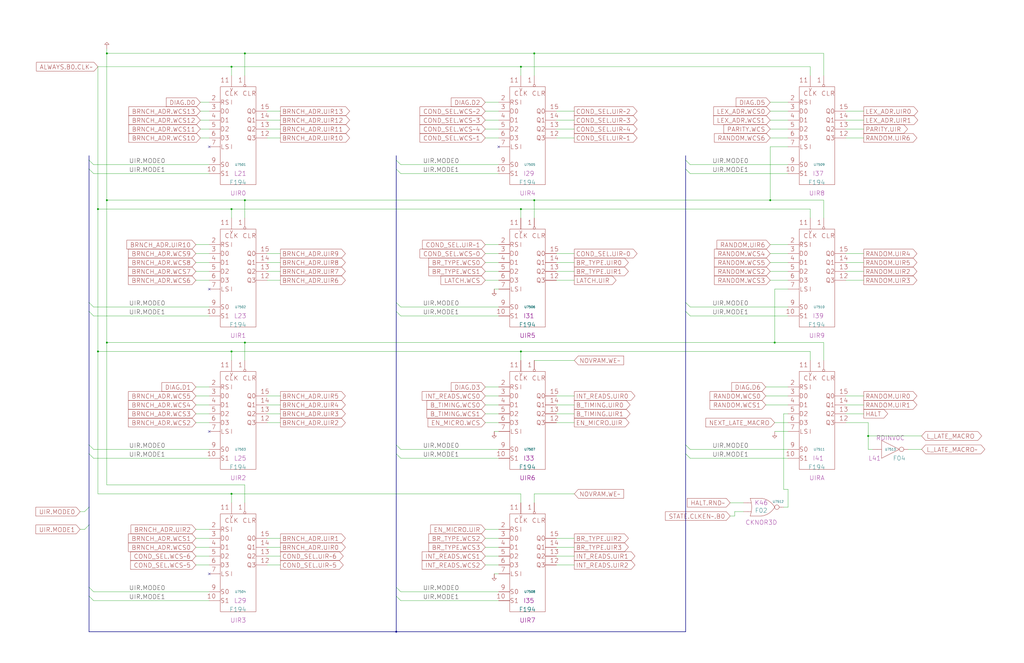
<source format=kicad_sch>
(kicad_sch (version 20211123) (generator eeschema)
  (paper "User" 584.2 378.46)
  (title_block (title "MICRO INSTRUCTION REGISTER") (date "22-MAY-90") (rev "1.0") (comment 1 "SEQUENCER") (comment 2 "232-003064") (comment 3 "S400") (comment 4 "RELEASED"))
  (lib_symbols
    (symbol "r1000:F02" (pin_numbers hide) (pin_names hide)
      (property "Reference" "U" (at 12.16 0.635 0))
      (property "Value" "F02" (at -1.27 -4.445 0))
      (property "Location" "___" (at 2.54 0 0))
      (property "Name" "______" (at 2.54 -12.7 0))
      (symbol "F02_0_1"
        (arc (start -3.81 -7.62) (mid -2.9847 -2.54) (end -3.81 2.54) (stroke (width 0.1524)))
        (polyline (pts (xy -5.08 -5.08) (xy -3.175 -5.08)) (stroke (width 0.1524)))
        (polyline (pts (xy -5.08 0) (xy -3.175 0)) (stroke (width 0.1524)))
        (polyline (pts (xy -3.81 -7.62) (xy 2.54 -7.62)) (stroke (width 0.1524)))
        (polyline (pts (xy -3.81 2.54) (xy 2.54 2.54)) (stroke (width 0.1524)))
        (polyline (pts (xy 13.97 -2.54) (xy 12.7 -2.54)) (stroke (width 0.1524)))
        (arc (start 2.54 -7.62) (mid 6.9515 -5.9823) (end 10.16 -2.54) (stroke (width 0.1524)))
        (arc (start 10.16 -2.54) (mid 6.9478 0.8966) (end 2.54 2.54) (stroke (width 0.1524)))
        (circle (center 11.43 -2.54) (radius 1.27) (stroke (width 0.1524)))
      )
      (symbol "F02_0_2"
        (circle (center -3.81 -5.08) (radius 1.27) (stroke (width 0.1524)))
        (circle (center -3.81 0) (radius 1.27) (stroke (width 0.1524)))
        (polyline (pts (xy -2.54 -7.62) (xy 5.08 -7.62)) (stroke (width 0.1524)))
        (polyline (pts (xy -2.54 2.54) (xy -2.54 -7.62)) (stroke (width 0.1524)))
        (polyline (pts (xy -2.54 2.54) (xy 5.08 2.54)) (stroke (width 0.1524)))
        (polyline (pts (xy 11.43 -2.54) (xy 10.16 -2.54)) (stroke (width 0.1524)))
        (polyline (pts (xy 11.43 -2.54) (xy 12.7 -2.54)) (stroke (width 0.1524)))
        (arc (start 5.08 -7.62) (mid 10.1282 -2.54) (end 5.08 2.54) (stroke (width 0.1524)))
      )
      (symbol "F02_1_1"
        (pin input line (at -7.62 0 0) (length 2.54) (name "D0") (number "1"))
        (pin input line (at -7.62 -5.08 0) (length 2.54) (name "D1") (number "2"))
        (pin output line (at 15.24 -2.54 180) (length 1.27) (name "Q") (number "3"))
      )
      (symbol "F02_1_2"
        (pin input line (at -7.62 0 0) (length 2.54) (name "D0") (number "1"))
        (pin input line (at -7.62 -5.08 0) (length 2.54) (name "D1") (number "2"))
        (pin output line (at 15.24 -2.54 180) (length 2.54) (name "Q") (number "3"))
      )
    )
    (symbol "r1000:F04" (pin_numbers hide) (pin_names hide)
      (property "Reference" "U" (at 0 0 0))
      (property "Value" "F04" (at 1.27 -5.08 0))
      (property "Location" "___" (at -12.7 -5.08 0))
      (property "Name" "______" (at 0 5.08 0))
      (symbol "F04_0_1"
        (polyline (pts (xy -7.62 0) (xy -5.08 0)) (stroke (width 0.1524)))
        (polyline (pts (xy -5.08 5.08) (xy -5.08 -5.08)) (stroke (width 0.1524)))
        (polyline (pts (xy 5.08 0) (xy -5.08 -5.08)) (stroke (width 0.1524)))
        (polyline (pts (xy 5.08 0) (xy -5.08 5.08)) (stroke (width 0.1524)))
        (circle (center 6.35 0) (radius 1.27) (stroke (width 0.1524)))
      )
      (symbol "F04_1_1"
        (pin input line (at -10.16 0 0) (length 2.54) (name "D") (number "1"))
        (pin output line (at 10.16 0 180) (length 2.54) (name "Q") (number "2"))
      )
    )
    (symbol "r1000:F194" (pin_numbers hide) (pin_names (offset 1.016) hide)
      (property "Reference" "U" (at 2.54 5.08 0))
      (property "Value" "F194" (at -3.81 -5.08 0))
      (property "Location" "___" (at -1.27 0 0))
      (property "Name" "______" (at 1.27 -12.7 0))
      (symbol "F194_1_1"
        (rectangle (start -8.89 49.53) (end 11.43 -6.35))
        (circle (center 5.08 50.165) (radius 0.635))
        (text "0" (at -12.7 2.54 0) (effects (font (size 2.54 2.54))))
        (text "0" (at -5.08 5.08 0) (effects (font (size 2.54 2.54))))
        (text "0" (at -5.08 35.56 0) (effects (font (size 2.54 2.54))))
        (text "0" (at 10.16 35.56 0) (effects (font (size 2.54 2.54))))
        (text "1" (at -15.24 2.54 0) (effects (font (size 2.54 2.54))))
        (text "1" (at -7.62 53.34 0) (effects (font (size 2.54 2.54))))
        (text "1" (at -5.08 0 0) (effects (font (size 2.54 2.54))))
        (text "1" (at -5.08 30.48 0) (effects (font (size 2.54 2.54))))
        (text "1" (at -5.08 53.34 0) (effects (font (size 2.54 2.54))))
        (text "1" (at 2.54 53.34 0) (effects (font (size 2.54 2.54))))
        (text "1" (at 10.16 30.48 0) (effects (font (size 2.54 2.54))))
        (text "1" (at 15.24 22.86 0) (effects (font (size 2.54 2.54))))
        (text "1" (at 15.24 27.94 0) (effects (font (size 2.54 2.54))))
        (text "1" (at 15.24 33.02 0) (effects (font (size 2.54 2.54))))
        (text "1" (at 15.24 38.1 0) (effects (font (size 2.54 2.54))))
        (text "2" (at -12.7 43.18 0) (effects (font (size 2.54 2.54))))
        (text "2" (at -5.08 25.4 0) (effects (font (size 2.54 2.54))))
        (text "2" (at 10.16 25.4 0) (effects (font (size 2.54 2.54))))
        (text "2" (at 17.78 22.86 0) (effects (font (size 2.54 2.54))))
        (text "3" (at -12.7 38.1 0) (effects (font (size 2.54 2.54))))
        (text "3" (at -5.08 20.32 0) (effects (font (size 2.54 2.54))))
        (text "3" (at 10.16 20.32 0) (effects (font (size 2.54 2.54))))
        (text "3" (at 17.78 27.94 0) (effects (font (size 2.54 2.54))))
        (text "4" (at -12.7 33.02 0) (effects (font (size 2.54 2.54))))
        (text "4" (at 17.78 33.02 0) (effects (font (size 2.54 2.54))))
        (text "5" (at -12.7 27.94 0) (effects (font (size 2.54 2.54))))
        (text "5" (at 17.78 38.1 0) (effects (font (size 2.54 2.54))))
        (text "6" (at -12.7 22.86 0) (effects (font (size 2.54 2.54))))
        (text "7" (at -12.7 17.78 0) (effects (font (size 2.54 2.54))))
        (text "9" (at -12.7 7.62 0) (effects (font (size 2.54 2.54))))
        (text "C" (at -5.08 45.72 0) (effects (font (size 2.54 2.54))))
        (text "C" (at 5.08 45.72 0) (effects (font (size 2.54 2.54))))
        (text "D" (at -7.62 20.32 0) (effects (font (size 2.54 2.54))))
        (text "D" (at -7.62 25.4 0) (effects (font (size 2.54 2.54))))
        (text "D" (at -7.62 30.48 0) (effects (font (size 2.54 2.54))))
        (text "D" (at -7.62 35.56 0) (effects (font (size 2.54 2.54))))
        (text "I" (at -2.54 15.24 0) (effects (font (size 2.54 2.54))))
        (text "I" (at -2.54 40.64 0) (effects (font (size 2.54 2.54))))
        (text "K" (at 0 45.72 0) (effects (font (size 2.54 2.54))))
        (text "L" (at -7.62 15.24 0) (effects (font (size 2.54 2.54))))
        (text "L" (at -2.54 45.72 0) (effects (font (size 2.54 2.54))))
        (text "L" (at 7.62 45.72 0) (effects (font (size 2.54 2.54))))
        (text "Q" (at 7.62 20.32 0) (effects (font (size 2.54 2.54))))
        (text "Q" (at 7.62 25.4 0) (effects (font (size 2.54 2.54))))
        (text "Q" (at 7.62 30.48 0) (effects (font (size 2.54 2.54))))
        (text "Q" (at 7.62 35.56 0) (effects (font (size 2.54 2.54))))
        (text "R" (at -7.62 40.64 0) (effects (font (size 2.54 2.54))))
        (text "R" (at 10.16 45.72 0) (effects (font (size 2.54 2.54))))
        (text "S" (at -7.62 0 0) (effects (font (size 2.54 2.54))))
        (text "S" (at -7.62 5.08 0) (effects (font (size 2.54 2.54))))
        (text "S" (at -5.08 15.24 0) (effects (font (size 2.54 2.54))))
        (text "S" (at -5.08 40.64 0) (effects (font (size 2.54 2.54))))
        (text "v" (at -2.54 48.26 0) (effects (font (size 2.54 2.54))))
        (pin input line (at 5.08 55.88 270) (length 5.08) (name "CLR_") (number "1"))
        (pin input line (at -15.24 0 0) (length 6.35) (name "S1") (number "10"))
        (pin input line (at -2.54 55.88 270) (length 6.35) (name "CLK") (number "11"))
        (pin output line (at 17.78 20.32 180) (length 6.35) (name "Q3") (number "12"))
        (pin output line (at 17.78 25.4 180) (length 6.35) (name "Q2") (number "13"))
        (pin output line (at 17.78 30.48 180) (length 6.35) (name "Q1") (number "14"))
        (pin output line (at 17.78 35.56 180) (length 6.35) (name "Q0") (number "15"))
        (pin input line (at -15.24 40.64 0) (length 6.35) (name "RSI") (number "2"))
        (pin input line (at -15.24 35.56 0) (length 6.35) (name "D0") (number "3"))
        (pin input line (at -15.24 30.48 0) (length 6.35) (name "D1") (number "4"))
        (pin input line (at -15.24 25.4 0) (length 6.35) (name "D2") (number "5"))
        (pin input line (at -15.24 20.32 0) (length 6.35) (name "D3") (number "6"))
        (pin input line (at -15.24 15.24 0) (length 6.35) (name "LSI") (number "7"))
        (pin input line (at -15.24 5.08 0) (length 6.35) (name "S0") (number "9"))
      )
    )
    (symbol "r1000:PD" (power) (pin_numbers hide) (pin_names hide) (in_bom no)
      (symbol "PD_0_1"
        (polyline (pts (xy 0 -2.54) (xy 1.27 -2.54) (xy 0 -3.81) (xy -1.27 -2.54) (xy 0 -2.54)) (stroke (width 0.1524)))
      )
      (symbol "PD_1_1"
        (pin power_in line (at 0 0 270) (length 2.54) (name "PD") (number "1"))
      )
    )
    (symbol "r1000:PU" (power) (pin_numbers hide) (pin_names hide)
      (symbol "PU_0_1"
        (polyline (pts (xy 0 2.54) (xy -1.27 2.54) (xy 0 3.81) (xy 1.27 2.54) (xy 0 2.54)) (stroke (width 0.1524)))
      )
      (symbol "PU_1_1"
        (pin power_in line (at 0 0 90) (length 2.54) (name "PU") (number "1"))
      )
    )
  )
  (bus (pts (xy 226.06 172.72) (xy 226.06 177.8)))
  (bus (pts (xy 226.06 177.8) (xy 226.06 254)))
  (bus (pts (xy 226.06 254) (xy 226.06 259.08)))
  (bus (pts (xy 226.06 259.08) (xy 226.06 335.28)))
  (bus (pts (xy 226.06 335.28) (xy 226.06 340.36)))
  (bus (pts (xy 226.06 340.36) (xy 226.06 360.68)))
  (bus (pts (xy 226.06 360.68) (xy 50.8 360.68)))
  (bus (pts (xy 226.06 88.9) (xy 226.06 91.44)))
  (bus (pts (xy 226.06 91.44) (xy 226.06 96.52)))
  (bus (pts (xy 226.06 96.52) (xy 226.06 172.72)))
  (bus (pts (xy 391.16 172.72) (xy 391.16 177.8)))
  (bus (pts (xy 391.16 177.8) (xy 391.16 254)))
  (bus (pts (xy 391.16 254) (xy 391.16 259.08)))
  (bus (pts (xy 391.16 259.08) (xy 391.16 360.68)))
  (bus (pts (xy 391.16 360.68) (xy 226.06 360.68)))
  (bus (pts (xy 391.16 88.9) (xy 391.16 91.44)))
  (bus (pts (xy 391.16 91.44) (xy 391.16 96.52)))
  (bus (pts (xy 391.16 96.52) (xy 391.16 172.72)))
  (bus (pts (xy 50.8 172.72) (xy 50.8 177.8)))
  (bus (pts (xy 50.8 177.8) (xy 50.8 254)))
  (bus (pts (xy 50.8 254) (xy 50.8 259.08)))
  (bus (pts (xy 50.8 259.08) (xy 50.8 289.56)))
  (bus (pts (xy 50.8 289.56) (xy 50.8 299.72)))
  (bus (pts (xy 50.8 299.72) (xy 50.8 335.28)))
  (bus (pts (xy 50.8 335.28) (xy 50.8 340.36)))
  (bus (pts (xy 50.8 340.36) (xy 50.8 360.68)))
  (bus (pts (xy 50.8 88.9) (xy 50.8 91.44)))
  (bus (pts (xy 50.8 91.44) (xy 50.8 96.52)))
  (bus (pts (xy 50.8 96.52) (xy 50.8 172.72)))
  (wire (pts (xy 111.76 139.7) (xy 119.38 139.7)))
  (wire (pts (xy 111.76 144.78) (xy 119.38 144.78)))
  (wire (pts (xy 111.76 149.86) (xy 119.38 149.86)))
  (wire (pts (xy 111.76 154.94) (xy 119.38 154.94)))
  (wire (pts (xy 111.76 160.02) (xy 119.38 160.02)))
  (wire (pts (xy 111.76 220.98) (xy 119.38 220.98)))
  (wire (pts (xy 111.76 226.06) (xy 119.38 226.06)))
  (wire (pts (xy 111.76 231.14) (xy 119.38 231.14)))
  (wire (pts (xy 111.76 236.22) (xy 119.38 236.22)))
  (wire (pts (xy 111.76 241.3) (xy 119.38 241.3)))
  (wire (pts (xy 111.76 302.26) (xy 119.38 302.26)))
  (wire (pts (xy 111.76 307.34) (xy 119.38 307.34)))
  (wire (pts (xy 111.76 312.42) (xy 119.38 312.42)))
  (wire (pts (xy 111.76 317.5) (xy 119.38 317.5)))
  (wire (pts (xy 111.76 322.58) (xy 119.38 322.58)))
  (wire (pts (xy 114.3 58.42) (xy 119.38 58.42)))
  (wire (pts (xy 114.3 63.5) (xy 119.38 63.5)))
  (wire (pts (xy 114.3 68.58) (xy 119.38 68.58)))
  (wire (pts (xy 114.3 73.66) (xy 119.38 73.66)))
  (wire (pts (xy 114.3 78.74) (xy 119.38 78.74)))
  (wire (pts (xy 132.08 119.38) (xy 132.08 124.46)))
  (wire (pts (xy 132.08 119.38) (xy 297.18 119.38)))
  (wire (pts (xy 132.08 200.66) (xy 132.08 205.74)))
  (wire (pts (xy 132.08 200.66) (xy 297.18 200.66)))
  (wire (pts (xy 132.08 281.94) (xy 132.08 287.02)))
  (wire (pts (xy 132.08 281.94) (xy 297.18 281.94)))
  (wire (pts (xy 132.08 38.1) (xy 132.08 43.18)))
  (wire (pts (xy 132.08 38.1) (xy 55.88 38.1)))
  (wire (pts (xy 139.7 114.3) (xy 139.7 124.46)))
  (wire (pts (xy 139.7 114.3) (xy 304.8 114.3)))
  (wire (pts (xy 139.7 195.58) (xy 139.7 205.74)))
  (wire (pts (xy 139.7 195.58) (xy 441.96 195.58)))
  (wire (pts (xy 139.7 276.86) (xy 139.7 287.02)))
  (wire (pts (xy 139.7 30.48) (xy 139.7 43.18)))
  (wire (pts (xy 139.7 30.48) (xy 60.96 30.48)))
  (wire (pts (xy 152.4 144.78) (xy 160.02 144.78)))
  (wire (pts (xy 152.4 149.86) (xy 160.02 149.86)))
  (wire (pts (xy 152.4 154.94) (xy 160.02 154.94)))
  (wire (pts (xy 152.4 160.02) (xy 160.02 160.02)))
  (wire (pts (xy 152.4 226.06) (xy 160.02 226.06)))
  (wire (pts (xy 152.4 231.14) (xy 160.02 231.14)))
  (wire (pts (xy 152.4 236.22) (xy 160.02 236.22)))
  (wire (pts (xy 152.4 241.3) (xy 160.02 241.3)))
  (wire (pts (xy 152.4 307.34) (xy 160.02 307.34)))
  (wire (pts (xy 152.4 312.42) (xy 160.02 312.42)))
  (wire (pts (xy 152.4 317.5) (xy 160.02 317.5)))
  (wire (pts (xy 152.4 322.58) (xy 160.02 322.58)))
  (wire (pts (xy 152.4 63.5) (xy 160.02 63.5)))
  (wire (pts (xy 152.4 68.58) (xy 160.02 68.58)))
  (wire (pts (xy 152.4 73.66) (xy 160.02 73.66)))
  (wire (pts (xy 152.4 78.74) (xy 160.02 78.74)))
  (wire (pts (xy 228.6 175.26) (xy 284.48 175.26)))
  (wire (pts (xy 228.6 180.34) (xy 284.48 180.34)))
  (wire (pts (xy 228.6 256.54) (xy 284.48 256.54)))
  (wire (pts (xy 228.6 261.62) (xy 284.48 261.62)))
  (wire (pts (xy 228.6 337.82) (xy 284.48 337.82)))
  (wire (pts (xy 228.6 342.9) (xy 284.48 342.9)))
  (wire (pts (xy 228.6 93.98) (xy 284.48 93.98)))
  (wire (pts (xy 228.6 99.06) (xy 284.48 99.06)))
  (wire (pts (xy 276.86 139.7) (xy 284.48 139.7)))
  (wire (pts (xy 276.86 144.78) (xy 284.48 144.78)))
  (wire (pts (xy 276.86 149.86) (xy 284.48 149.86)))
  (wire (pts (xy 276.86 154.94) (xy 284.48 154.94)))
  (wire (pts (xy 276.86 160.02) (xy 284.48 160.02)))
  (wire (pts (xy 276.86 220.98) (xy 284.48 220.98)))
  (wire (pts (xy 276.86 226.06) (xy 284.48 226.06)))
  (wire (pts (xy 276.86 231.14) (xy 284.48 231.14)))
  (wire (pts (xy 276.86 236.22) (xy 284.48 236.22)))
  (wire (pts (xy 276.86 241.3) (xy 284.48 241.3)))
  (wire (pts (xy 276.86 302.26) (xy 284.48 302.26)))
  (wire (pts (xy 276.86 307.34) (xy 284.48 307.34)))
  (wire (pts (xy 276.86 312.42) (xy 284.48 312.42)))
  (wire (pts (xy 276.86 317.5) (xy 284.48 317.5)))
  (wire (pts (xy 276.86 322.58) (xy 284.48 322.58)))
  (wire (pts (xy 276.86 58.42) (xy 284.48 58.42)))
  (wire (pts (xy 276.86 63.5) (xy 284.48 63.5)))
  (wire (pts (xy 276.86 68.58) (xy 284.48 68.58)))
  (wire (pts (xy 276.86 73.66) (xy 284.48 73.66)))
  (wire (pts (xy 276.86 78.74) (xy 284.48 78.74)))
  (wire (pts (xy 281.94 165.1) (xy 284.48 165.1)))
  (wire (pts (xy 281.94 246.38) (xy 284.48 246.38)))
  (wire (pts (xy 281.94 327.66) (xy 284.48 327.66)))
  (wire (pts (xy 297.18 119.38) (xy 297.18 124.46)))
  (wire (pts (xy 297.18 119.38) (xy 462.28 119.38)))
  (wire (pts (xy 297.18 200.66) (xy 297.18 205.74)))
  (wire (pts (xy 297.18 281.94) (xy 297.18 287.02)))
  (wire (pts (xy 297.18 38.1) (xy 132.08 38.1)))
  (wire (pts (xy 297.18 38.1) (xy 297.18 43.18)))
  (wire (pts (xy 304.8 114.3) (xy 304.8 124.46)))
  (wire (pts (xy 304.8 114.3) (xy 439.42 114.3)))
  (wire (pts (xy 304.8 205.74) (xy 327.66 205.74)))
  (wire (pts (xy 304.8 281.94) (xy 327.66 281.94)))
  (wire (pts (xy 304.8 287.02) (xy 304.8 281.94)))
  (wire (pts (xy 304.8 30.48) (xy 139.7 30.48)))
  (wire (pts (xy 304.8 30.48) (xy 304.8 43.18)))
  (wire (pts (xy 317.5 144.78) (xy 327.66 144.78)))
  (wire (pts (xy 317.5 149.86) (xy 327.66 149.86)))
  (wire (pts (xy 317.5 154.94) (xy 327.66 154.94)))
  (wire (pts (xy 317.5 160.02) (xy 327.66 160.02)))
  (wire (pts (xy 317.5 226.06) (xy 327.66 226.06)))
  (wire (pts (xy 317.5 231.14) (xy 327.66 231.14)))
  (wire (pts (xy 317.5 236.22) (xy 327.66 236.22)))
  (wire (pts (xy 317.5 241.3) (xy 327.66 241.3)))
  (wire (pts (xy 317.5 307.34) (xy 327.66 307.34)))
  (wire (pts (xy 317.5 312.42) (xy 327.66 312.42)))
  (wire (pts (xy 317.5 317.5) (xy 327.66 317.5)))
  (wire (pts (xy 317.5 322.58) (xy 327.66 322.58)))
  (wire (pts (xy 317.5 63.5) (xy 327.66 63.5)))
  (wire (pts (xy 317.5 68.58) (xy 327.66 68.58)))
  (wire (pts (xy 317.5 73.66) (xy 327.66 73.66)))
  (wire (pts (xy 317.5 78.74) (xy 327.66 78.74)))
  (wire (pts (xy 393.7 175.26) (xy 449.58 175.26)))
  (wire (pts (xy 393.7 180.34) (xy 449.58 180.34)))
  (wire (pts (xy 393.7 256.54) (xy 449.58 256.54)))
  (wire (pts (xy 393.7 261.62) (xy 449.58 261.62)))
  (wire (pts (xy 393.7 93.98) (xy 449.58 93.98)))
  (wire (pts (xy 393.7 99.06) (xy 449.58 99.06)))
  (wire (pts (xy 416.56 287.02) (xy 424.18 287.02)))
  (wire (pts (xy 416.56 294.64) (xy 419.1 294.64)))
  (wire (pts (xy 419.1 292.1) (xy 424.18 292.1)))
  (wire (pts (xy 419.1 294.64) (xy 419.1 292.1)))
  (wire (pts (xy 436.88 220.98) (xy 449.58 220.98)))
  (wire (pts (xy 436.88 226.06) (xy 449.58 226.06)))
  (wire (pts (xy 436.88 231.14) (xy 449.58 231.14)))
  (wire (pts (xy 439.42 114.3) (xy 469.9 114.3)))
  (wire (pts (xy 439.42 139.7) (xy 449.58 139.7)))
  (wire (pts (xy 439.42 144.78) (xy 449.58 144.78)))
  (wire (pts (xy 439.42 149.86) (xy 449.58 149.86)))
  (wire (pts (xy 439.42 154.94) (xy 449.58 154.94)))
  (wire (pts (xy 439.42 160.02) (xy 449.58 160.02)))
  (wire (pts (xy 439.42 58.42) (xy 449.58 58.42)))
  (wire (pts (xy 439.42 63.5) (xy 449.58 63.5)))
  (wire (pts (xy 439.42 68.58) (xy 449.58 68.58)))
  (wire (pts (xy 439.42 73.66) (xy 449.58 73.66)))
  (wire (pts (xy 439.42 78.74) (xy 449.58 78.74)))
  (wire (pts (xy 439.42 83.82) (xy 439.42 114.3)))
  (wire (pts (xy 441.96 165.1) (xy 449.58 165.1)))
  (wire (pts (xy 441.96 195.58) (xy 441.96 165.1)))
  (wire (pts (xy 441.96 241.3) (xy 449.58 241.3)))
  (wire (pts (xy 441.96 246.38) (xy 449.58 246.38)))
  (wire (pts (xy 447.04 236.22) (xy 447.04 279.4)))
  (wire (pts (xy 447.04 279.4) (xy 449.58 279.4)))
  (wire (pts (xy 447.04 289.56) (xy 449.58 289.56)))
  (wire (pts (xy 449.58 236.22) (xy 447.04 236.22)))
  (wire (pts (xy 449.58 279.4) (xy 449.58 289.56)))
  (wire (pts (xy 449.58 83.82) (xy 439.42 83.82)))
  (wire (pts (xy 45.72 292.1) (xy 48.26 292.1)))
  (wire (pts (xy 45.72 302.26) (xy 48.26 302.26)))
  (wire (pts (xy 462.28 124.46) (xy 462.28 119.38)))
  (wire (pts (xy 462.28 200.66) (xy 297.18 200.66)))
  (wire (pts (xy 462.28 205.74) (xy 462.28 200.66)))
  (wire (pts (xy 462.28 38.1) (xy 297.18 38.1)))
  (wire (pts (xy 462.28 43.18) (xy 462.28 38.1)))
  (wire (pts (xy 469.9 124.46) (xy 469.9 114.3)))
  (wire (pts (xy 469.9 195.58) (xy 441.96 195.58)))
  (wire (pts (xy 469.9 205.74) (xy 469.9 195.58)))
  (wire (pts (xy 469.9 30.48) (xy 304.8 30.48)))
  (wire (pts (xy 469.9 43.18) (xy 469.9 30.48)))
  (wire (pts (xy 482.6 144.78) (xy 492.76 144.78)))
  (wire (pts (xy 482.6 149.86) (xy 492.76 149.86)))
  (wire (pts (xy 482.6 154.94) (xy 492.76 154.94)))
  (wire (pts (xy 482.6 160.02) (xy 492.76 160.02)))
  (wire (pts (xy 482.6 226.06) (xy 492.76 226.06)))
  (wire (pts (xy 482.6 231.14) (xy 492.76 231.14)))
  (wire (pts (xy 482.6 236.22) (xy 492.76 236.22)))
  (wire (pts (xy 482.6 241.3) (xy 495.3 241.3)))
  (wire (pts (xy 482.6 63.5) (xy 492.76 63.5)))
  (wire (pts (xy 482.6 68.58) (xy 492.76 68.58)))
  (wire (pts (xy 482.6 73.66) (xy 492.76 73.66)))
  (wire (pts (xy 482.6 78.74) (xy 492.76 78.74)))
  (wire (pts (xy 495.3 241.3) (xy 495.3 248.92)))
  (wire (pts (xy 495.3 248.92) (xy 495.3 256.54)))
  (wire (pts (xy 495.3 248.92) (xy 525.78 248.92)))
  (wire (pts (xy 495.3 256.54) (xy 497.84 256.54)))
  (wire (pts (xy 518.16 256.54) (xy 525.78 256.54)))
  (wire (pts (xy 53.34 175.26) (xy 119.38 175.26)))
  (wire (pts (xy 53.34 180.34) (xy 119.38 180.34)))
  (wire (pts (xy 53.34 256.54) (xy 119.38 256.54)))
  (wire (pts (xy 53.34 261.62) (xy 119.38 261.62)))
  (wire (pts (xy 53.34 337.82) (xy 119.38 337.82)))
  (wire (pts (xy 53.34 342.9) (xy 119.38 342.9)))
  (wire (pts (xy 53.34 93.98) (xy 119.38 93.98)))
  (wire (pts (xy 53.34 99.06) (xy 119.38 99.06)))
  (wire (pts (xy 55.88 119.38) (xy 132.08 119.38)))
  (wire (pts (xy 55.88 119.38) (xy 55.88 200.66)))
  (wire (pts (xy 55.88 200.66) (xy 132.08 200.66)))
  (wire (pts (xy 55.88 200.66) (xy 55.88 281.94)))
  (wire (pts (xy 55.88 281.94) (xy 132.08 281.94)))
  (wire (pts (xy 55.88 38.1) (xy 55.88 119.38)))
  (wire (pts (xy 60.96 114.3) (xy 139.7 114.3)))
  (wire (pts (xy 60.96 114.3) (xy 60.96 195.58)))
  (wire (pts (xy 60.96 195.58) (xy 139.7 195.58)))
  (wire (pts (xy 60.96 195.58) (xy 60.96 276.86)))
  (wire (pts (xy 60.96 27.94) (xy 60.96 30.48)))
  (wire (pts (xy 60.96 276.86) (xy 139.7 276.86)))
  (wire (pts (xy 60.96 30.48) (xy 60.96 114.3)))
  (global_label "UIR.MODE0" (shape input) (at 45.72 292.1 180) (effects (font (size 2.54 2.54))) (property "Intersheet References" "${INTERSHEET_REFS}" (at 20.453 291.9413 0) (effects (font (size 2.54 2.54)) (justify right))))
  (global_label "UIR.MODE1" (shape input) (at 45.72 302.26 180) (effects (font (size 2.54 2.54))) (property "Intersheet References" "${INTERSHEET_REFS}" (at 20.453 302.1013 0) (effects (font (size 2.54 2.54)) (justify right))))
  (bus_entry (at 50.8 91.44) (size 2.54 2.54))
  (bus_entry (at 50.8 96.52) (size 2.54 2.54))
  (bus_entry (at 50.8 172.72) (size 2.54 2.54))
  (bus_entry (at 50.8 177.8) (size 2.54 2.54))
  (bus_entry (at 50.8 254) (size 2.54 2.54))
  (bus_entry (at 50.8 259.08) (size 2.54 2.54))
  (bus_entry (at 50.8 289.56) (size -2.54 2.54))
  (bus_entry (at 50.8 299.72) (size -2.54 2.54))
  (bus_entry (at 50.8 335.28) (size 2.54 2.54))
  (bus_entry (at 50.8 340.36) (size 2.54 2.54))
  (global_label "ALWAYS.B0.CLK~" (shape input) (at 55.88 38.1 180) (effects (font (size 2.54 2.54))) (property "Intersheet References" "${INTERSHEET_REFS}" (at 20.8159 37.9413 0) (effects (font (size 2.54 2.54)) (justify right))))
  (junction (at 55.88 119.38))
  (junction (at 55.88 200.66))
  (symbol (lib_id "r1000:PU") (at 60.96 27.94 0) (unit 1)
    (property "Reference" "#PWR07501" (effects hide))
    (property "Value" "PU" (effects hide))
  )
  (junction (at 60.96 30.48))
  (junction (at 60.96 114.3))
  (junction (at 60.96 195.58))
  (label "UIR.MODE0" (at 73.66 93.98 0) (effects (font (size 2.54 2.54))))
  (label "UIR.MODE1" (at 73.66 99.06 0) (effects (font (size 2.54 2.54))))
  (label "UIR.MODE0" (at 73.66 175.26 0) (effects (font (size 2.54 2.54))))
  (label "UIR.MODE1" (at 73.66 180.34 0) (effects (font (size 2.54 2.54))))
  (label "UIR.MODE0" (at 73.66 256.54 0) (effects (font (size 2.54 2.54))))
  (label "UIR.MODE1" (at 73.66 261.62 0) (effects (font (size 2.54 2.54))))
  (label "UIR.MODE0" (at 73.66 337.82 0) (effects (font (size 2.54 2.54))))
  (label "UIR.MODE1" (at 73.66 342.9 0) (effects (font (size 2.54 2.54))))
  (global_label "BRNCH_ADR.UIR10" (shape input) (at 111.76 139.7 180) (effects (font (size 2.54 2.54))) (property "Intersheet References" "${INTERSHEET_REFS}" (at 72.3416 139.5413 0) (effects (font (size 2.54 2.54)) (justify right))))
  (global_label "BRNCH_ADR.WCS9" (shape input) (at 111.76 144.78 180) (effects (font (size 2.54 2.54))) (property "Intersheet References" "${INTERSHEET_REFS}" (at 73.3092 144.6213 0) (effects (font (size 2.54 2.54)) (justify right))))
  (global_label "BRNCH_ADR.WCS8" (shape input) (at 111.76 149.86 180) (effects (font (size 2.54 2.54))) (property "Intersheet References" "${INTERSHEET_REFS}" (at 73.3092 149.7013 0) (effects (font (size 2.54 2.54)) (justify right))))
  (global_label "BRNCH_ADR.WCS7" (shape input) (at 111.76 154.94 180) (effects (font (size 2.54 2.54))) (property "Intersheet References" "${INTERSHEET_REFS}" (at 73.3092 154.7813 0) (effects (font (size 2.54 2.54)) (justify right))))
  (global_label "BRNCH_ADR.WCS6" (shape input) (at 111.76 160.02 180) (effects (font (size 2.54 2.54))) (property "Intersheet References" "${INTERSHEET_REFS}" (at 73.3092 159.8613 0) (effects (font (size 2.54 2.54)) (justify right))))
  (global_label "DIAG.D1" (shape input) (at 111.76 220.98 180) (effects (font (size 2.54 2.54))) (property "Intersheet References" "${INTERSHEET_REFS}" (at 92.2988 220.8213 0) (effects (font (size 2.54 2.54)) (justify right))))
  (global_label "BRNCH_ADR.WCS5" (shape input) (at 111.76 226.06 180) (effects (font (size 2.54 2.54))) (property "Intersheet References" "${INTERSHEET_REFS}" (at 73.3092 225.9013 0) (effects (font (size 2.54 2.54)) (justify right))))
  (global_label "BRNCH_ADR.WCS4" (shape input) (at 111.76 231.14 180) (effects (font (size 2.54 2.54))) (property "Intersheet References" "${INTERSHEET_REFS}" (at 73.3092 230.9813 0) (effects (font (size 2.54 2.54)) (justify right))))
  (global_label "BRNCH_ADR.WCS3" (shape input) (at 111.76 236.22 180) (effects (font (size 2.54 2.54))) (property "Intersheet References" "${INTERSHEET_REFS}" (at 73.3092 236.0613 0) (effects (font (size 2.54 2.54)) (justify right))))
  (global_label "BRNCH_ADR.WCS2" (shape input) (at 111.76 241.3 180) (effects (font (size 2.54 2.54))) (property "Intersheet References" "${INTERSHEET_REFS}" (at 73.3092 241.1413 0) (effects (font (size 2.54 2.54)) (justify right))))
  (global_label "BRNCH_ADR.UIR2" (shape input) (at 111.76 302.26 180) (effects (font (size 2.54 2.54))) (property "Intersheet References" "${INTERSHEET_REFS}" (at 74.7607 302.1013 0) (effects (font (size 2.54 2.54)) (justify right))))
  (global_label "BRNCH_ADR.WCS1" (shape input) (at 111.76 307.34 180) (effects (font (size 2.54 2.54))) (property "Intersheet References" "${INTERSHEET_REFS}" (at 73.3092 307.1813 0) (effects (font (size 2.54 2.54)) (justify right))))
  (global_label "BRNCH_ADR.WCS0" (shape input) (at 111.76 312.42 180) (effects (font (size 2.54 2.54))) (property "Intersheet References" "${INTERSHEET_REFS}" (at 73.3092 312.2613 0) (effects (font (size 2.54 2.54)) (justify right))))
  (global_label "COND_SEL.WCS~6" (shape input) (at 111.76 317.5 180) (effects (font (size 2.54 2.54))) (property "Intersheet References" "${INTERSHEET_REFS}" (at 74.5188 317.3413 0) (effects (font (size 2.54 2.54)) (justify right))))
  (global_label "COND_SEL.WCS~5" (shape input) (at 111.76 322.58 180) (effects (font (size 2.54 2.54))) (property "Intersheet References" "${INTERSHEET_REFS}" (at 74.5188 322.4213 0) (effects (font (size 2.54 2.54)) (justify right))))
  (global_label "DIAG.D0" (shape input) (at 114.3 58.42 180) (effects (font (size 2.54 2.54))) (property "Intersheet References" "${INTERSHEET_REFS}" (at 94.8388 58.2613 0) (effects (font (size 2.54 2.54)) (justify right))))
  (global_label "BRNCH_ADR.WCS13" (shape input) (at 114.3 63.5 180) (effects (font (size 2.54 2.54))) (property "Intersheet References" "${INTERSHEET_REFS}" (at 73.4302 63.3413 0) (effects (font (size 2.54 2.54)) (justify right))))
  (global_label "BRNCH_ADR.WCS12" (shape input) (at 114.3 68.58 180) (effects (font (size 2.54 2.54))) (property "Intersheet References" "${INTERSHEET_REFS}" (at 73.4302 68.4213 0) (effects (font (size 2.54 2.54)) (justify right))))
  (global_label "BRNCH_ADR.WCS11" (shape input) (at 114.3 73.66 180) (effects (font (size 2.54 2.54))) (property "Intersheet References" "${INTERSHEET_REFS}" (at 73.4302 73.5013 0) (effects (font (size 2.54 2.54)) (justify right))))
  (global_label "BRNCH_ADR.WCS10" (shape input) (at 114.3 78.74 180) (effects (font (size 2.54 2.54))) (property "Intersheet References" "${INTERSHEET_REFS}" (at 73.4302 78.5813 0) (effects (font (size 2.54 2.54)) (justify right))))
  (no_connect (at 119.38 83.82))
  (no_connect (at 119.38 165.1))
  (no_connect (at 119.38 246.38))
  (no_connect (at 119.38 327.66))
  (junction (at 132.08 38.1))
  (junction (at 132.08 119.38))
  (junction (at 132.08 200.66))
  (junction (at 132.08 281.94))
  (symbol (lib_id "r1000:F194") (at 134.62 99.06 0) (unit 1)
    (property "Reference" "U7501" (at 137.16 93.98 0))
    (property "Value" "F194" (at 130.81 104.14 0) (effects (font (size 2.54 2.54)) (justify left)))
    (property "Location" "L21" (at 133.35 99.06 0) (effects (font (size 2.54 2.54)) (justify left)))
    (property "Name" "UIR0" (at 135.89 111.76 0) (effects (font (size 2.54 2.54)) (justify bottom)))
  )
  (symbol (lib_id "r1000:F194") (at 134.62 180.34 0) (unit 1)
    (property "Reference" "U7502" (at 137.16 175.26 0))
    (property "Value" "F194" (at 130.81 185.42 0) (effects (font (size 2.54 2.54)) (justify left)))
    (property "Location" "L23" (at 133.35 180.34 0) (effects (font (size 2.54 2.54)) (justify left)))
    (property "Name" "UIR1" (at 135.89 193.04 0) (effects (font (size 2.54 2.54)) (justify bottom)))
  )
  (symbol (lib_id "r1000:F194") (at 134.62 261.62 0) (unit 1)
    (property "Reference" "U7503" (at 137.16 256.54 0))
    (property "Value" "F194" (at 130.81 266.7 0) (effects (font (size 2.54 2.54)) (justify left)))
    (property "Location" "L25" (at 133.35 261.62 0) (effects (font (size 2.54 2.54)) (justify left)))
    (property "Name" "UIR2" (at 135.89 274.32 0) (effects (font (size 2.54 2.54)) (justify bottom)))
  )
  (symbol (lib_id "r1000:F194") (at 134.62 342.9 0) (unit 1)
    (property "Reference" "U7504" (at 137.16 337.82 0))
    (property "Value" "F194" (at 130.81 347.98 0) (effects (font (size 2.54 2.54)) (justify left)))
    (property "Location" "L29" (at 133.35 342.9 0) (effects (font (size 2.54 2.54)) (justify left)))
    (property "Name" "UIR3" (at 135.89 355.6 0) (effects (font (size 2.54 2.54)) (justify bottom)))
  )
  (junction (at 139.7 30.48))
  (junction (at 139.7 114.3))
  (junction (at 139.7 195.58))
  (global_label "BRNCH_ADR.UIR13" (shape output) (at 160.02 63.5 0) (effects (font (size 2.54 2.54))) (property "Intersheet References" "${INTERSHEET_REFS}" (at 199.4384 63.3413 0) (effects (font (size 2.54 2.54)) (justify left))))
  (global_label "BRNCH_ADR.UIR12" (shape output) (at 160.02 68.58 0) (effects (font (size 2.54 2.54))) (property "Intersheet References" "${INTERSHEET_REFS}" (at 199.4384 68.4213 0) (effects (font (size 2.54 2.54)) (justify left))))
  (global_label "BRNCH_ADR.UIR11" (shape output) (at 160.02 73.66 0) (effects (font (size 2.54 2.54))) (property "Intersheet References" "${INTERSHEET_REFS}" (at 199.4384 73.5013 0) (effects (font (size 2.54 2.54)) (justify left))))
  (global_label "BRNCH_ADR.UIR10" (shape output) (at 160.02 78.74 0) (effects (font (size 2.54 2.54))) (property "Intersheet References" "${INTERSHEET_REFS}" (at 199.4384 78.5813 0) (effects (font (size 2.54 2.54)) (justify left))))
  (global_label "BRNCH_ADR.UIR9" (shape output) (at 160.02 144.78 0) (effects (font (size 2.54 2.54))) (property "Intersheet References" "${INTERSHEET_REFS}" (at 197.0193 144.6213 0) (effects (font (size 2.54 2.54)) (justify left))))
  (global_label "BRNCH_ADR.UIR8" (shape output) (at 160.02 149.86 0) (effects (font (size 2.54 2.54))) (property "Intersheet References" "${INTERSHEET_REFS}" (at 197.0193 149.7013 0) (effects (font (size 2.54 2.54)) (justify left))))
  (global_label "BRNCH_ADR.UIR7" (shape output) (at 160.02 154.94 0) (effects (font (size 2.54 2.54))) (property "Intersheet References" "${INTERSHEET_REFS}" (at 197.0193 154.7813 0) (effects (font (size 2.54 2.54)) (justify left))))
  (global_label "BRNCH_ADR.UIR6" (shape output) (at 160.02 160.02 0) (effects (font (size 2.54 2.54))) (property "Intersheet References" "${INTERSHEET_REFS}" (at 197.0193 159.8613 0) (effects (font (size 2.54 2.54)) (justify left))))
  (global_label "BRNCH_ADR.UIR5" (shape output) (at 160.02 226.06 0) (effects (font (size 2.54 2.54))) (property "Intersheet References" "${INTERSHEET_REFS}" (at 197.0193 225.9013 0) (effects (font (size 2.54 2.54)) (justify left))))
  (global_label "BRNCH_ADR.UIR4" (shape output) (at 160.02 231.14 0) (effects (font (size 2.54 2.54))) (property "Intersheet References" "${INTERSHEET_REFS}" (at 197.0193 230.9813 0) (effects (font (size 2.54 2.54)) (justify left))))
  (global_label "BRNCH_ADR.UIR3" (shape output) (at 160.02 236.22 0) (effects (font (size 2.54 2.54))) (property "Intersheet References" "${INTERSHEET_REFS}" (at 197.0193 236.0613 0) (effects (font (size 2.54 2.54)) (justify left))))
  (global_label "BRNCH_ADR.UIR2" (shape output) (at 160.02 241.3 0) (effects (font (size 2.54 2.54))) (property "Intersheet References" "${INTERSHEET_REFS}" (at 197.0193 241.1413 0) (effects (font (size 2.54 2.54)) (justify left))))
  (global_label "BRNCH_ADR.UIR1" (shape output) (at 160.02 307.34 0) (effects (font (size 2.54 2.54))) (property "Intersheet References" "${INTERSHEET_REFS}" (at 197.0193 307.1813 0) (effects (font (size 2.54 2.54)) (justify left))))
  (global_label "BRNCH_ADR.UIR0" (shape output) (at 160.02 312.42 0) (effects (font (size 2.54 2.54))) (property "Intersheet References" "${INTERSHEET_REFS}" (at 197.0193 312.2613 0) (effects (font (size 2.54 2.54)) (justify left))))
  (global_label "COND_SEL.UIR~6" (shape output) (at 160.02 317.5 0) (effects (font (size 2.54 2.54))) (property "Intersheet References" "${INTERSHEET_REFS}" (at 195.8098 317.3413 0) (effects (font (size 2.54 2.54)) (justify left))))
  (global_label "COND_SEL.UIR~5" (shape output) (at 160.02 322.58 0) (effects (font (size 2.54 2.54))) (property "Intersheet References" "${INTERSHEET_REFS}" (at 195.8098 322.4213 0) (effects (font (size 2.54 2.54)) (justify left))))
  (bus_entry (at 226.06 91.44) (size 2.54 2.54))
  (bus_entry (at 226.06 96.52) (size 2.54 2.54))
  (bus_entry (at 226.06 172.72) (size 2.54 2.54))
  (bus_entry (at 226.06 177.8) (size 2.54 2.54))
  (bus_entry (at 226.06 254) (size 2.54 2.54))
  (bus_entry (at 226.06 259.08) (size 2.54 2.54))
  (bus_entry (at 226.06 335.28) (size 2.54 2.54))
  (bus_entry (at 226.06 340.36) (size 2.54 2.54))
  (junction (at 226.06 360.68))
  (label "UIR.MODE0" (at 241.3 93.98 0) (effects (font (size 2.54 2.54))))
  (label "UIR.MODE1" (at 241.3 99.06 0) (effects (font (size 2.54 2.54))))
  (label "UIR.MODE0" (at 241.3 175.26 0) (effects (font (size 2.54 2.54))))
  (label "UIR.MODE1" (at 241.3 180.34 0) (effects (font (size 2.54 2.54))))
  (label "UIR.MODE0" (at 241.3 256.54 0) (effects (font (size 2.54 2.54))))
  (label "UIR.MODE1" (at 241.3 261.62 0) (effects (font (size 2.54 2.54))))
  (label "UIR.MODE0" (at 241.3 337.82 0) (effects (font (size 2.54 2.54))))
  (label "UIR.MODE1" (at 241.3 342.9 0) (effects (font (size 2.54 2.54))))
  (global_label "DIAG.D2" (shape input) (at 276.86 58.42 180) (effects (font (size 2.54 2.54))) (property "Intersheet References" "${INTERSHEET_REFS}" (at 257.3988 58.2613 0) (effects (font (size 2.54 2.54)) (justify right))))
  (global_label "COND_SEL.WCS~2" (shape input) (at 276.86 63.5 180) (effects (font (size 2.54 2.54))) (property "Intersheet References" "${INTERSHEET_REFS}" (at 239.6188 63.3413 0) (effects (font (size 2.54 2.54)) (justify right))))
  (global_label "COND_SEL.WCS~3" (shape input) (at 276.86 68.58 180) (effects (font (size 2.54 2.54))) (property "Intersheet References" "${INTERSHEET_REFS}" (at 239.6188 68.4213 0) (effects (font (size 2.54 2.54)) (justify right))))
  (global_label "COND_SEL.WCS~4" (shape input) (at 276.86 73.66 180) (effects (font (size 2.54 2.54))) (property "Intersheet References" "${INTERSHEET_REFS}" (at 239.6188 73.5013 0) (effects (font (size 2.54 2.54)) (justify right))))
  (global_label "COND_SEL.WCS~1" (shape input) (at 276.86 78.74 180) (effects (font (size 2.54 2.54))) (property "Intersheet References" "${INTERSHEET_REFS}" (at 239.6188 78.5813 0) (effects (font (size 2.54 2.54)) (justify right))))
  (global_label "COND_SEL.UIR~1" (shape input) (at 276.86 139.7 180) (effects (font (size 2.54 2.54))) (property "Intersheet References" "${INTERSHEET_REFS}" (at 241.0702 139.5413 0) (effects (font (size 2.54 2.54)) (justify right))))
  (global_label "COND_SEL.WCS~0" (shape input) (at 276.86 144.78 180) (effects (font (size 2.54 2.54))) (property "Intersheet References" "${INTERSHEET_REFS}" (at 239.6188 144.6213 0) (effects (font (size 2.54 2.54)) (justify right))))
  (global_label "BR_TYPE.WCS0" (shape input) (at 276.86 149.86 180) (effects (font (size 2.54 2.54))) (property "Intersheet References" "${INTERSHEET_REFS}" (at 244.5778 149.7013 0) (effects (font (size 2.54 2.54)) (justify right))))
  (global_label "BR_TYPE.WCS1" (shape input) (at 276.86 154.94 180) (effects (font (size 2.54 2.54))) (property "Intersheet References" "${INTERSHEET_REFS}" (at 244.5778 154.7813 0) (effects (font (size 2.54 2.54)) (justify right))))
  (global_label "LATCH.WCS" (shape input) (at 276.86 160.02 180) (effects (font (size 2.54 2.54))) (property "Intersheet References" "${INTERSHEET_REFS}" (at 251.593 159.8613 0) (effects (font (size 2.54 2.54)) (justify right))))
  (global_label "DIAG.D3" (shape input) (at 276.86 220.98 180) (effects (font (size 2.54 2.54))) (property "Intersheet References" "${INTERSHEET_REFS}" (at 257.3988 220.8213 0) (effects (font (size 2.54 2.54)) (justify right))))
  (global_label "INT_READS.WCS0" (shape input) (at 276.86 226.06 180) (effects (font (size 2.54 2.54))) (property "Intersheet References" "${INTERSHEET_REFS}" (at 240.8283 225.9013 0) (effects (font (size 2.54 2.54)) (justify right))))
  (global_label "B_TIMING.WCS0" (shape input) (at 276.86 231.14 180) (effects (font (size 2.54 2.54))) (property "Intersheet References" "${INTERSHEET_REFS}" (at 243.6102 230.9813 0) (effects (font (size 2.54 2.54)) (justify right))))
  (global_label "B_TIMING.WCS1" (shape input) (at 276.86 236.22 180) (effects (font (size 2.54 2.54))) (property "Intersheet References" "${INTERSHEET_REFS}" (at 243.6102 236.0613 0) (effects (font (size 2.54 2.54)) (justify right))))
  (global_label "EN_MICRO.WCS" (shape input) (at 276.86 241.3 180) (effects (font (size 2.54 2.54))) (property "Intersheet References" "${INTERSHEET_REFS}" (at 244.215 241.1413 0) (effects (font (size 2.54 2.54)) (justify right))))
  (global_label "EN_MICRO.UIR" (shape input) (at 276.86 302.26 180) (effects (font (size 2.54 2.54))) (property "Intersheet References" "${INTERSHEET_REFS}" (at 245.6664 302.1013 0) (effects (font (size 2.54 2.54)) (justify right))))
  (global_label "BR_TYPE.WCS2" (shape input) (at 276.86 307.34 180) (effects (font (size 2.54 2.54))) (property "Intersheet References" "${INTERSHEET_REFS}" (at 244.5778 307.1813 0) (effects (font (size 2.54 2.54)) (justify right))))
  (global_label "BR_TYPE.WCS3" (shape input) (at 276.86 312.42 180) (effects (font (size 2.54 2.54))) (property "Intersheet References" "${INTERSHEET_REFS}" (at 244.5778 312.2613 0) (effects (font (size 2.54 2.54)) (justify right))))
  (global_label "INT_READS.WCS1" (shape input) (at 276.86 317.5 180) (effects (font (size 2.54 2.54))) (property "Intersheet References" "${INTERSHEET_REFS}" (at 240.8283 317.3413 0) (effects (font (size 2.54 2.54)) (justify right))))
  (global_label "INT_READS.WCS2" (shape input) (at 276.86 322.58 180) (effects (font (size 2.54 2.54))) (property "Intersheet References" "${INTERSHEET_REFS}" (at 240.8283 322.4213 0) (effects (font (size 2.54 2.54)) (justify right))))
  (symbol (lib_id "r1000:PD") (at 281.94 165.1 0) (unit 1) (in_bom no)
    (property "Reference" "#PWR07502" (effects hide))
    (property "Value" "PD" (effects hide))
  )
  (symbol (lib_id "r1000:PD") (at 281.94 246.38 0) (unit 1) (in_bom no)
    (property "Reference" "#PWR0115" (effects hide))
    (property "Value" "PD" (effects hide))
  )
  (symbol (lib_id "r1000:PD") (at 281.94 327.66 0) (unit 1) (in_bom no)
    (property "Reference" "#PWR0116" (effects hide))
    (property "Value" "PD" (effects hide))
  )
  (no_connect (at 284.48 83.82))
  (junction (at 297.18 38.1))
  (junction (at 297.18 119.38))
  (junction (at 297.18 200.66))
  (symbol (lib_id "r1000:F194") (at 299.72 99.06 0) (unit 1)
    (property "Reference" "U7505" (at 302.26 93.98 0))
    (property "Value" "F194" (at 295.91 104.14 0) (effects (font (size 2.54 2.54)) (justify left)))
    (property "Location" "I29" (at 298.45 99.06 0) (effects (font (size 2.54 2.54)) (justify left)))
    (property "Name" "UIR4" (at 300.99 111.76 0) (effects (font (size 2.54 2.54)) (justify bottom)))
  )
  (symbol (lib_id "r1000:F194") (at 299.72 180.34 0) (unit 1)
    (property "Reference" "U7506" (at 302.26 175.26 0))
    (property "Value" "F194" (at 295.91 185.42 0) (effects (font (size 2.54 2.54)) (justify left)))
    (property "Location" "I31" (at 298.45 180.34 0) (effects (font (size 2.54 2.54)) (justify left)))
    (property "Name" "UIR5" (at 300.99 193.04 0) (effects (font (size 2.54 2.54)) (justify bottom)))
  )
  (symbol (lib_id "r1000:F194") (at 299.72 261.62 0) (unit 1)
    (property "Reference" "U7507" (at 302.26 256.54 0))
    (property "Value" "F194" (at 295.91 266.7 0) (effects (font (size 2.54 2.54)) (justify left)))
    (property "Location" "I33" (at 298.45 261.62 0) (effects (font (size 2.54 2.54)) (justify left)))
    (property "Name" "UIR6" (at 300.99 274.32 0) (effects (font (size 2.54 2.54)) (justify bottom)))
  )
  (symbol (lib_id "r1000:F194") (at 299.72 342.9 0) (unit 1)
    (property "Reference" "U7508" (at 302.26 337.82 0))
    (property "Value" "F194" (at 295.91 347.98 0) (effects (font (size 2.54 2.54)) (justify left)))
    (property "Location" "I35" (at 298.45 342.9 0) (effects (font (size 2.54 2.54)) (justify left)))
    (property "Name" "UIR7" (at 300.99 355.6 0) (effects (font (size 2.54 2.54)) (justify bottom)))
  )
  (junction (at 304.8 30.48))
  (junction (at 304.8 114.3))
  (global_label "COND_SEL.UIR~2" (shape output) (at 327.66 63.5 0) (effects (font (size 2.54 2.54))) (property "Intersheet References" "${INTERSHEET_REFS}" (at 363.4498 63.3413 0) (effects (font (size 2.54 2.54)) (justify left))))
  (global_label "COND_SEL.UIR~3" (shape output) (at 327.66 68.58 0) (effects (font (size 2.54 2.54))) (property "Intersheet References" "${INTERSHEET_REFS}" (at 363.4498 68.4213 0) (effects (font (size 2.54 2.54)) (justify left))))
  (global_label "COND_SEL.UIR~4" (shape output) (at 327.66 73.66 0) (effects (font (size 2.54 2.54))) (property "Intersheet References" "${INTERSHEET_REFS}" (at 363.4498 73.5013 0) (effects (font (size 2.54 2.54)) (justify left))))
  (global_label "COND_SEL.UIR~1" (shape output) (at 327.66 78.74 0) (effects (font (size 2.54 2.54))) (property "Intersheet References" "${INTERSHEET_REFS}" (at 363.4498 78.5813 0) (effects (font (size 2.54 2.54)) (justify left))))
  (global_label "COND_SEL.UIR~0" (shape output) (at 327.66 144.78 0) (effects (font (size 2.54 2.54))) (property "Intersheet References" "${INTERSHEET_REFS}" (at 363.4498 144.6213 0) (effects (font (size 2.54 2.54)) (justify left))))
  (global_label "BR_TYPE.UIR0" (shape output) (at 327.66 149.86 0) (effects (font (size 2.54 2.54))) (property "Intersheet References" "${INTERSHEET_REFS}" (at 358.4908 149.7013 0) (effects (font (size 2.54 2.54)) (justify left))))
  (global_label "BR_TYPE.UIR1" (shape output) (at 327.66 154.94 0) (effects (font (size 2.54 2.54))) (property "Intersheet References" "${INTERSHEET_REFS}" (at 358.4908 154.7813 0) (effects (font (size 2.54 2.54)) (justify left))))
  (global_label "LATCH.UIR" (shape output) (at 327.66 160.02 0) (effects (font (size 2.54 2.54))) (property "Intersheet References" "${INTERSHEET_REFS}" (at 351.4755 159.8613 0) (effects (font (size 2.54 2.54)) (justify left))))
  (global_label "NOVRAM.WE~" (shape input) (at 327.66 205.74 0) (effects (font (size 2.54 2.54))) (property "Intersheet References" "${INTERSHEET_REFS}" (at 355.8298 205.5813 0) (effects (font (size 2.54 2.54)) (justify left))))
  (global_label "INT_READS.UIR0" (shape output) (at 327.66 226.06 0) (effects (font (size 2.54 2.54))) (property "Intersheet References" "${INTERSHEET_REFS}" (at 362.2403 225.9013 0) (effects (font (size 2.54 2.54)) (justify left))))
  (global_label "B_TIMING.UIR0" (shape output) (at 327.66 231.14 0) (effects (font (size 2.54 2.54))) (property "Intersheet References" "${INTERSHEET_REFS}" (at 359.4584 230.9813 0) (effects (font (size 2.54 2.54)) (justify left))))
  (global_label "B_TIMING.UIR1" (shape output) (at 327.66 236.22 0) (effects (font (size 2.54 2.54))) (property "Intersheet References" "${INTERSHEET_REFS}" (at 359.4584 236.0613 0) (effects (font (size 2.54 2.54)) (justify left))))
  (global_label "EN_MICRO.UIR" (shape output) (at 327.66 241.3 0) (effects (font (size 2.54 2.54))) (property "Intersheet References" "${INTERSHEET_REFS}" (at 358.8536 241.1413 0) (effects (font (size 2.54 2.54)) (justify left))))
  (global_label "NOVRAM.WE~" (shape input) (at 327.66 281.94 0) (effects (font (size 2.54 2.54))) (property "Intersheet References" "${INTERSHEET_REFS}" (at 355.8298 281.7813 0) (effects (font (size 2.54 2.54)) (justify left))))
  (global_label "BR_TYPE.UIR2" (shape output) (at 327.66 307.34 0) (effects (font (size 2.54 2.54))) (property "Intersheet References" "${INTERSHEET_REFS}" (at 358.4908 307.1813 0) (effects (font (size 2.54 2.54)) (justify left))))
  (global_label "BR_TYPE.UIR3" (shape output) (at 327.66 312.42 0) (effects (font (size 2.54 2.54))) (property "Intersheet References" "${INTERSHEET_REFS}" (at 358.4908 312.2613 0) (effects (font (size 2.54 2.54)) (justify left))))
  (global_label "INT_READS.UIR1" (shape output) (at 327.66 317.5 0) (effects (font (size 2.54 2.54))) (property "Intersheet References" "${INTERSHEET_REFS}" (at 362.2403 317.3413 0) (effects (font (size 2.54 2.54)) (justify left))))
  (global_label "INT_READS.UIR2" (shape output) (at 327.66 322.58 0) (effects (font (size 2.54 2.54))) (property "Intersheet References" "${INTERSHEET_REFS}" (at 362.2403 322.4213 0) (effects (font (size 2.54 2.54)) (justify left))))
  (bus_entry (at 391.16 91.44) (size 2.54 2.54))
  (bus_entry (at 391.16 96.52) (size 2.54 2.54))
  (bus_entry (at 391.16 172.72) (size 2.54 2.54))
  (bus_entry (at 391.16 177.8) (size 2.54 2.54))
  (bus_entry (at 391.16 254) (size 2.54 2.54))
  (bus_entry (at 391.16 259.08) (size 2.54 2.54))
  (label "UIR.MODE0" (at 406.4 93.98 0) (effects (font (size 2.54 2.54))))
  (label "UIR.MODE1" (at 406.4 99.06 0) (effects (font (size 2.54 2.54))))
  (label "UIR.MODE0" (at 406.4 175.26 0) (effects (font (size 2.54 2.54))))
  (label "UIR.MODE1" (at 406.4 180.34 0) (effects (font (size 2.54 2.54))))
  (label "UIR.MODE0" (at 406.4 256.54 0) (effects (font (size 2.54 2.54))))
  (label "UIR.MODE1" (at 406.4 261.62 0) (effects (font (size 2.54 2.54))))
  (global_label "HALT.RND~" (shape input) (at 416.56 287.02 180) (effects (font (size 2.54 2.54))) (property "Intersheet References" "${INTERSHEET_REFS}" (at 392.1397 286.8613 0) (effects (font (size 2.54 2.54)) (justify right))))
  (global_label "STATE.CLKEN~.B0" (shape input) (at 416.56 294.64 180) (effects (font (size 2.54 2.54))) (property "Intersheet References" "${INTERSHEET_REFS}" (at 379.6816 294.4813 0) (effects (font (size 2.54 2.54)) (justify right))))
  (symbol (lib_id "r1000:F02") (at 431.8 287.02 0) (unit 1)
    (property "Reference" "U7512" (at 443.96 286.385 0))
    (property "Value" "F02" (at 430.53 291.465 0) (effects (font (size 2.54 2.54)) (justify left)))
    (property "Location" "K46" (at 434.34 287.02 0) (effects (font (size 2.54 2.54))))
    (property "Name" "CKNOR3D" (at 434.34 299.72 0) (effects (font (size 2.54 2.54)) (justify bottom)))
  )
  (global_label "DIAG.D6" (shape input) (at 436.88 220.98 180) (effects (font (size 2.54 2.54))) (property "Intersheet References" "${INTERSHEET_REFS}" (at 417.4188 220.8213 0) (effects (font (size 2.54 2.54)) (justify right))))
  (global_label "RANDOM.WCS0" (shape input) (at 436.88 226.06 180) (effects (font (size 2.54 2.54))) (property "Intersheet References" "${INTERSHEET_REFS}" (at 405.0816 225.9013 0) (effects (font (size 2.54 2.54)) (justify right))))
  (global_label "RANDOM.WCS1" (shape input) (at 436.88 231.14 180) (effects (font (size 2.54 2.54))) (property "Intersheet References" "${INTERSHEET_REFS}" (at 405.0816 230.9813 0) (effects (font (size 2.54 2.54)) (justify right))))
  (global_label "DIAG.D5" (shape input) (at 439.42 58.42 180) (effects (font (size 2.54 2.54))) (property "Intersheet References" "${INTERSHEET_REFS}" (at 419.9588 58.2613 0) (effects (font (size 2.54 2.54)) (justify right))))
  (global_label "LEX_ADR.WCS0" (shape input) (at 439.42 63.5 180) (effects (font (size 2.54 2.54))) (property "Intersheet References" "${INTERSHEET_REFS}" (at 407.1378 63.3413 0) (effects (font (size 2.54 2.54)) (justify right))))
  (global_label "LEX_ADR.WCS1" (shape input) (at 439.42 68.58 180) (effects (font (size 2.54 2.54))) (property "Intersheet References" "${INTERSHEET_REFS}" (at 407.1378 68.4213 0) (effects (font (size 2.54 2.54)) (justify right))))
  (global_label "PARITY.WCS" (shape input) (at 439.42 73.66 180) (effects (font (size 2.54 2.54))) (property "Intersheet References" "${INTERSHEET_REFS}" (at 412.9435 73.5013 0) (effects (font (size 2.54 2.54)) (justify right))))
  (global_label "RANDOM.WCS6" (shape input) (at 439.42 78.74 180) (effects (font (size 2.54 2.54))) (property "Intersheet References" "${INTERSHEET_REFS}" (at 407.6216 78.5813 0) (effects (font (size 2.54 2.54)) (justify right))))
  (junction (at 439.42 114.3))
  (global_label "RANDOM.UIR6" (shape input) (at 439.42 139.7 180) (effects (font (size 2.54 2.54))) (property "Intersheet References" "${INTERSHEET_REFS}" (at 409.073 139.5413 0) (effects (font (size 2.54 2.54)) (justify right))))
  (global_label "RANDOM.WCS4" (shape input) (at 439.42 144.78 180) (effects (font (size 2.54 2.54))) (property "Intersheet References" "${INTERSHEET_REFS}" (at 407.6216 144.6213 0) (effects (font (size 2.54 2.54)) (justify right))))
  (global_label "RANDOM.WCS5" (shape input) (at 439.42 149.86 180) (effects (font (size 2.54 2.54))) (property "Intersheet References" "${INTERSHEET_REFS}" (at 407.6216 149.7013 0) (effects (font (size 2.54 2.54)) (justify right))))
  (global_label "RANDOM.WCS2" (shape input) (at 439.42 154.94 180) (effects (font (size 2.54 2.54))) (property "Intersheet References" "${INTERSHEET_REFS}" (at 407.6216 154.7813 0) (effects (font (size 2.54 2.54)) (justify right))))
  (global_label "RANDOM.WCS3" (shape input) (at 439.42 160.02 180) (effects (font (size 2.54 2.54))) (property "Intersheet References" "${INTERSHEET_REFS}" (at 407.6216 159.8613 0) (effects (font (size 2.54 2.54)) (justify right))))
  (junction (at 441.96 195.58))
  (global_label "NEXT_LATE_MACRO" (shape input) (at 441.96 241.3 180) (effects (font (size 2.54 2.54))) (property "Intersheet References" "${INTERSHEET_REFS}" (at 402.6626 241.1413 0) (effects (font (size 2.54 2.54)) (justify right))))
  (symbol (lib_id "r1000:PD") (at 441.96 246.38 0) (unit 1) (in_bom no)
    (property "Reference" "#PWR07503" (effects hide))
    (property "Value" "PD" (effects hide))
  )
  (symbol (lib_id "r1000:F194") (at 464.82 99.06 0) (unit 1)
    (property "Reference" "U7509" (at 467.36 93.98 0))
    (property "Value" "F194" (at 461.01 104.14 0) (effects (font (size 2.54 2.54)) (justify left)))
    (property "Location" "I37" (at 463.55 99.06 0) (effects (font (size 2.54 2.54)) (justify left)))
    (property "Name" "UIR8" (at 466.09 111.76 0) (effects (font (size 2.54 2.54)) (justify bottom)))
  )
  (symbol (lib_id "r1000:F194") (at 464.82 180.34 0) (unit 1)
    (property "Reference" "U7510" (at 467.36 175.26 0))
    (property "Value" "F194" (at 461.01 185.42 0) (effects (font (size 2.54 2.54)) (justify left)))
    (property "Location" "I39" (at 463.55 180.34 0) (effects (font (size 2.54 2.54)) (justify left)))
    (property "Name" "UIR9" (at 466.09 193.04 0) (effects (font (size 2.54 2.54)) (justify bottom)))
  )
  (symbol (lib_id "r1000:F194") (at 464.82 261.62 0) (unit 1)
    (property "Reference" "U7511" (at 467.36 256.54 0))
    (property "Value" "F194" (at 461.01 266.7 0) (effects (font (size 2.54 2.54)) (justify left)))
    (property "Location" "I41" (at 463.55 261.62 0) (effects (font (size 2.54 2.54)) (justify left)))
    (property "Name" "UIRA" (at 466.09 274.32 0) (effects (font (size 2.54 2.54)) (justify bottom)))
  )
  (global_label "LEX_ADR.UIR0" (shape output) (at 492.76 63.5 0) (effects (font (size 2.54 2.54))) (property "Intersheet References" "${INTERSHEET_REFS}" (at 523.5908 63.3413 0) (effects (font (size 2.54 2.54)) (justify left))))
  (global_label "LEX_ADR.UIR1" (shape output) (at 492.76 68.58 0) (effects (font (size 2.54 2.54))) (property "Intersheet References" "${INTERSHEET_REFS}" (at 523.5908 68.4213 0) (effects (font (size 2.54 2.54)) (justify left))))
  (global_label "PARITY.UIR" (shape output) (at 492.76 73.66 0) (effects (font (size 2.54 2.54))) (property "Intersheet References" "${INTERSHEET_REFS}" (at 517.785 73.5013 0) (effects (font (size 2.54 2.54)) (justify left))))
  (global_label "RANDOM.UIR6" (shape output) (at 492.76 78.74 0) (effects (font (size 2.54 2.54))) (property "Intersheet References" "${INTERSHEET_REFS}" (at 523.107 78.5813 0) (effects (font (size 2.54 2.54)) (justify left))))
  (global_label "RANDOM.UIR4" (shape output) (at 492.76 144.78 0) (effects (font (size 2.54 2.54))) (property "Intersheet References" "${INTERSHEET_REFS}" (at 523.107 144.6213 0) (effects (font (size 2.54 2.54)) (justify left))))
  (global_label "RANDOM.UIR5" (shape output) (at 492.76 149.86 0) (effects (font (size 2.54 2.54))) (property "Intersheet References" "${INTERSHEET_REFS}" (at 523.107 149.7013 0) (effects (font (size 2.54 2.54)) (justify left))))
  (global_label "RANDOM.UIR2" (shape output) (at 492.76 154.94 0) (effects (font (size 2.54 2.54))) (property "Intersheet References" "${INTERSHEET_REFS}" (at 523.107 154.7813 0) (effects (font (size 2.54 2.54)) (justify left))))
  (global_label "RANDOM.UIR3" (shape output) (at 492.76 160.02 0) (effects (font (size 2.54 2.54))) (property "Intersheet References" "${INTERSHEET_REFS}" (at 523.107 159.8613 0) (effects (font (size 2.54 2.54)) (justify left))))
  (global_label "RANDOM.UIR0" (shape output) (at 492.76 226.06 0) (effects (font (size 2.54 2.54))) (property "Intersheet References" "${INTERSHEET_REFS}" (at 523.107 225.9013 0) (effects (font (size 2.54 2.54)) (justify left))))
  (global_label "RANDOM.UIR1" (shape output) (at 492.76 231.14 0) (effects (font (size 2.54 2.54))) (property "Intersheet References" "${INTERSHEET_REFS}" (at 523.107 230.9813 0) (effects (font (size 2.54 2.54)) (justify left))))
  (global_label "HALT" (shape output) (at 492.76 236.22 0) (effects (font (size 2.54 2.54))) (property "Intersheet References" "${INTERSHEET_REFS}" (at 506.4155 236.0613 0) (effects (font (size 2.54 2.54)) (justify left))))
  (junction (at 495.3 248.92))
  (symbol (lib_id "r1000:F04") (at 508 256.54 0) (unit 1)
    (property "Reference" "U7513" (at 508 256.54 0))
    (property "Value" "F04" (at 509.27 261.62 0) (effects (font (size 2.54 2.54)) (justify left)))
    (property "Location" "L41" (at 495.3 261.62 0) (effects (font (size 2.54 2.54)) (justify left)))
    (property "Name" "RDINV0C" (at 508 251.46 0) (effects (font (size 2.54 2.54)) (justify bottom)))
  )
  (global_label "L_LATE_MACRO" (shape bidirectional) (at 525.78 248.92 0) (effects (font (size 2.54 2.54))) (property "Intersheet References" "${INTERSHEET_REFS}" (at 557.8203 248.7613 0) (effects (font (size 2.54 2.54)) (justify left))))
  (global_label "L_LATE_MACRO~" (shape bidirectional) (at 525.78 256.54 0) (effects (font (size 2.54 2.54))) (property "Intersheet References" "${INTERSHEET_REFS}" (at 559.6346 256.3813 0) (effects (font (size 2.54 2.54)) (justify left))))
)
</source>
